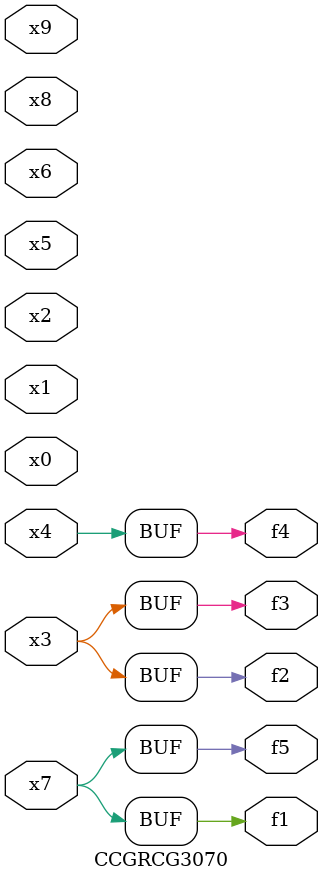
<source format=v>
module CCGRCG3070(
	input x0, x1, x2, x3, x4, x5, x6, x7, x8, x9,
	output f1, f2, f3, f4, f5
);
	assign f1 = x7;
	assign f2 = x3;
	assign f3 = x3;
	assign f4 = x4;
	assign f5 = x7;
endmodule

</source>
